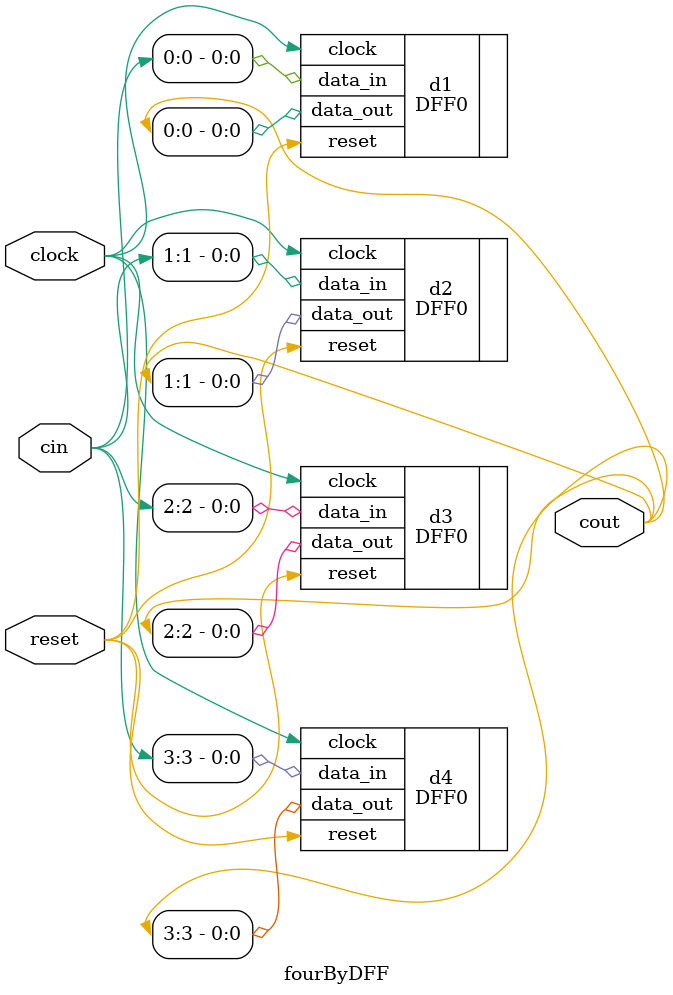
<source format=v>
module mod10Count(clock,inc,reset,count);

output [3:0]count;

input clock,inc,reset;

wire [3:0]w;
wire rst;
wire ext;
wire clockout;
wire ceq9;

assign rst = (ceq9 & inc) | (reset);

fourByDFF D1(.clock(clock), .cin(w), .reset(rst),.cout(count));

assign ceq9 = (count == 4'b 1001)? 1 : 0;

fourBitRippleCarry G2(.A(count),.inc(inc),.sum(w),.cout(ext));

endmodule


module fourByDFF(clock,cin,reset,cout);

input clock;
input [3:0]cin;
input reset;
output [3:0]cout;

DFF0 d1(.data_in(cin[0]), .clock(clock), .reset(reset), .data_out(cout[0]));
DFF0 d2(.data_in(cin[1]), .clock(clock), .reset(reset), .data_out(cout[1]));
DFF0 d3(.data_in(cin[2]), .clock(clock), .reset(reset), .data_out(cout[2]));
DFF0 d4(.data_in(cin[3]), .clock(clock), .reset(reset), .data_out(cout[3]));

endmodule


</source>
